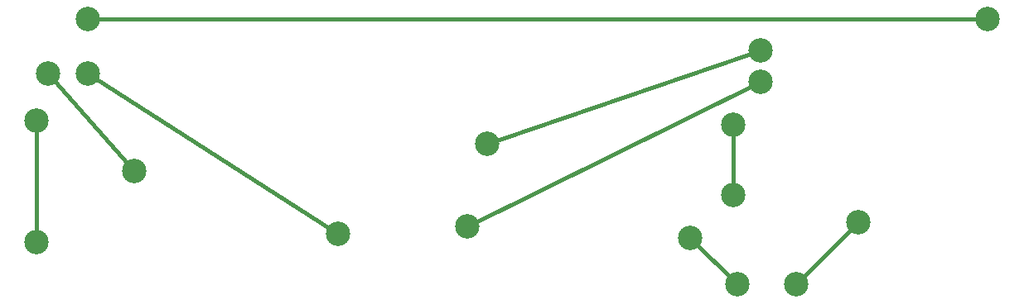
<source format=gbl>
G04 (created by PCBNEW-RS274X (2012-apr-16-27)-stable) date 2012-12-30T00:56:22 CET*
G01*
G70*
G90*
%MOIN*%
G04 Gerber Fmt 3.4, Leading zero omitted, Abs format*
%FSLAX34Y34*%
G04 APERTURE LIST*
%ADD10C,0.006000*%
%ADD11C,0.098400*%
%ADD12C,0.015700*%
G04 APERTURE END LIST*
G54D10*
G54D11*
X47717Y-18583D03*
X11496Y-20787D03*
X11496Y-18583D03*
X13386Y-24724D03*
X09921Y-20787D03*
X21575Y-27244D03*
X38583Y-19843D03*
X27559Y-23622D03*
X37480Y-22835D03*
X42520Y-26772D03*
X37480Y-25669D03*
X35748Y-27402D03*
X40000Y-29291D03*
X09449Y-22677D03*
X09449Y-27559D03*
X37638Y-29291D03*
X26772Y-26929D03*
X38583Y-21102D03*
G54D12*
X47717Y-18583D02*
X11496Y-18583D01*
X09921Y-20787D02*
X13386Y-24724D01*
X11496Y-20787D02*
X21575Y-27244D01*
X27559Y-23622D02*
X38583Y-19843D01*
X37480Y-22835D02*
X37480Y-25669D01*
X37638Y-29291D02*
X35749Y-27402D01*
X42520Y-26772D02*
X40001Y-29291D01*
X40001Y-29291D02*
X40000Y-29291D01*
X35749Y-27402D02*
X35748Y-27402D01*
X09449Y-22677D02*
X09449Y-27559D01*
X26772Y-26929D02*
X38583Y-21102D01*
M02*

</source>
